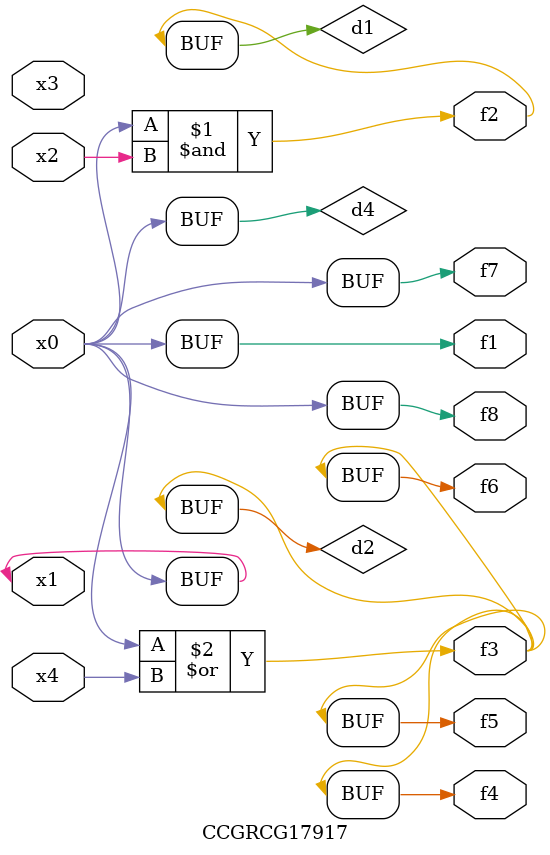
<source format=v>
module CCGRCG17917(
	input x0, x1, x2, x3, x4,
	output f1, f2, f3, f4, f5, f6, f7, f8
);

	wire d1, d2, d3, d4;

	and (d1, x0, x2);
	or (d2, x0, x4);
	nand (d3, x0, x2);
	buf (d4, x0, x1);
	assign f1 = d4;
	assign f2 = d1;
	assign f3 = d2;
	assign f4 = d2;
	assign f5 = d2;
	assign f6 = d2;
	assign f7 = d4;
	assign f8 = d4;
endmodule

</source>
